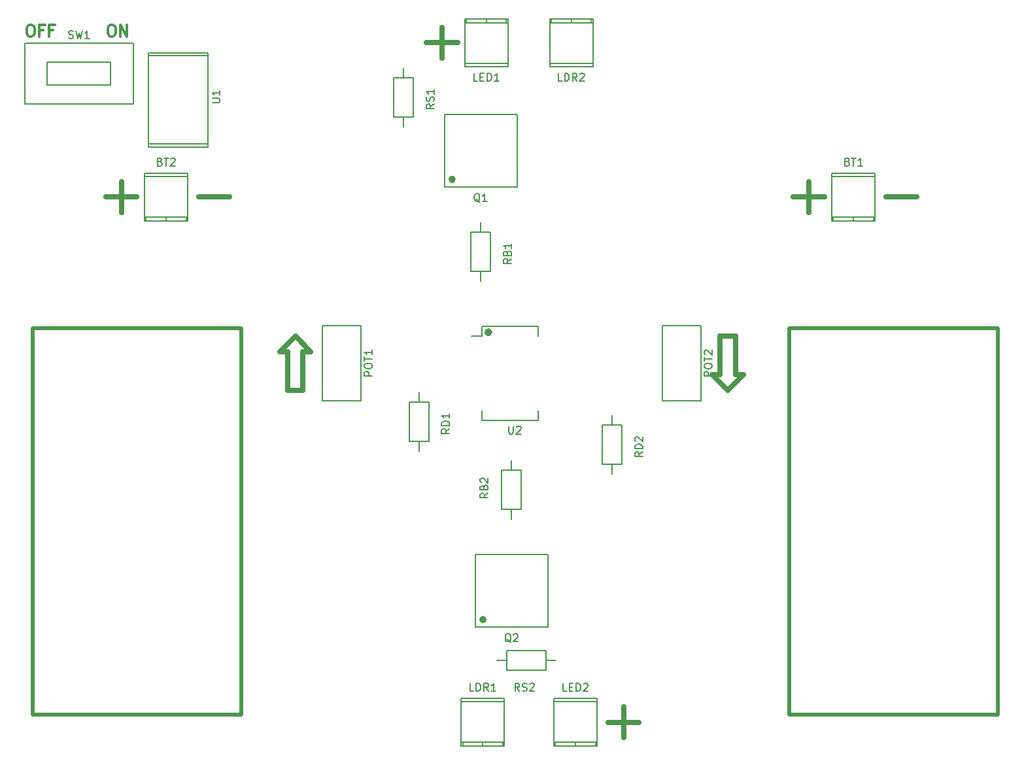
<source format=gbr>
G04 #@! TF.FileFunction,Legend,Top*
%FSLAX46Y46*%
G04 Gerber Fmt 4.6, Leading zero omitted, Abs format (unit mm)*
G04 Created by KiCad (PCBNEW 4.0.2+dfsg1-stable) date Fri 18 May 2018 12:16:33 BST*
%MOMM*%
G01*
G04 APERTURE LIST*
%ADD10C,0.100000*%
%ADD11C,0.700000*%
%ADD12C,0.300000*%
%ADD13C,0.500000*%
%ADD14C,0.150000*%
G04 APERTURE END LIST*
D10*
D11*
X132000000Y-49000000D02*
X132000000Y-53000000D01*
X130000000Y-51000000D02*
X134000000Y-51000000D01*
X155500000Y-137000000D02*
X155500000Y-141000000D01*
X153500000Y-139000000D02*
X157500000Y-139000000D01*
X189500000Y-71000000D02*
X193500000Y-71000000D01*
X177500000Y-71000000D02*
X181500000Y-71000000D01*
X179500000Y-69000000D02*
X179500000Y-73000000D01*
X100500000Y-71000000D02*
X104500000Y-71000000D01*
X90500000Y-69000000D02*
X90500000Y-73000000D01*
X88500000Y-71000000D02*
X92500000Y-71000000D01*
D12*
X78571429Y-48678571D02*
X78857143Y-48678571D01*
X79000001Y-48750000D01*
X79142858Y-48892857D01*
X79214286Y-49178571D01*
X79214286Y-49678571D01*
X79142858Y-49964286D01*
X79000001Y-50107143D01*
X78857143Y-50178571D01*
X78571429Y-50178571D01*
X78428572Y-50107143D01*
X78285715Y-49964286D01*
X78214286Y-49678571D01*
X78214286Y-49178571D01*
X78285715Y-48892857D01*
X78428572Y-48750000D01*
X78571429Y-48678571D01*
X80357144Y-49392857D02*
X79857144Y-49392857D01*
X79857144Y-50178571D02*
X79857144Y-48678571D01*
X80571430Y-48678571D01*
X81642858Y-49392857D02*
X81142858Y-49392857D01*
X81142858Y-50178571D02*
X81142858Y-48678571D01*
X81857144Y-48678571D01*
X89071428Y-48678571D02*
X89357142Y-48678571D01*
X89500000Y-48750000D01*
X89642857Y-48892857D01*
X89714285Y-49178571D01*
X89714285Y-49678571D01*
X89642857Y-49964286D01*
X89500000Y-50107143D01*
X89357142Y-50178571D01*
X89071428Y-50178571D01*
X88928571Y-50107143D01*
X88785714Y-49964286D01*
X88714285Y-49678571D01*
X88714285Y-49178571D01*
X88785714Y-48892857D01*
X88928571Y-48750000D01*
X89071428Y-48678571D01*
X90357143Y-50178571D02*
X90357143Y-48678571D01*
X91214286Y-50178571D01*
X91214286Y-48678571D01*
D11*
X170000000Y-89000000D02*
X168000000Y-89000000D01*
X168000000Y-89000000D02*
X168000000Y-94000000D01*
X168000000Y-94000000D02*
X167000000Y-94000000D01*
X167000000Y-94000000D02*
X169000000Y-96000000D01*
X169000000Y-96000000D02*
X171000000Y-94000000D01*
X171000000Y-94000000D02*
X170000000Y-94000000D01*
X170000000Y-94000000D02*
X170000000Y-89000000D01*
X112000000Y-91000000D02*
X112000000Y-96000000D01*
X111000000Y-91000000D02*
X112000000Y-91000000D01*
X113000000Y-89000000D02*
X111000000Y-91000000D01*
X115000000Y-91000000D02*
X113000000Y-89000000D01*
X114000000Y-91000000D02*
X115000000Y-91000000D01*
X114000000Y-96000000D02*
X114000000Y-91000000D01*
X112000000Y-96000000D02*
X114000000Y-96000000D01*
D13*
X79000000Y-88000000D02*
X106000000Y-88000000D01*
X79000000Y-138000000D02*
X106000000Y-138000000D01*
X79000000Y-88000000D02*
X79000000Y-138000000D01*
X106000000Y-138000000D02*
X106000000Y-88000000D01*
X204000000Y-138000000D02*
X204000000Y-88000000D01*
X177000000Y-88000000D02*
X177000000Y-138000000D01*
X177000000Y-138000000D02*
X204000000Y-138000000D01*
X177000000Y-88000000D02*
X204000000Y-88000000D01*
D14*
X188069080Y-73600960D02*
X182470920Y-73600960D01*
X182669040Y-74098800D02*
X182669040Y-73600960D01*
X187870960Y-73600960D02*
X187870960Y-74098800D01*
X185270000Y-74098800D02*
X185270000Y-73600960D01*
X182470920Y-68299980D02*
X188069080Y-68299980D01*
X182470920Y-74098800D02*
X188069080Y-74098800D01*
X188069080Y-74098800D02*
X188069080Y-67901200D01*
X188069080Y-67901200D02*
X182470920Y-67901200D01*
X182470920Y-67901200D02*
X182470920Y-74098800D01*
X99069080Y-73600960D02*
X93470920Y-73600960D01*
X93669040Y-74098800D02*
X93669040Y-73600960D01*
X98870960Y-73600960D02*
X98870960Y-74098800D01*
X96270000Y-74098800D02*
X96270000Y-73600960D01*
X93470920Y-68299980D02*
X99069080Y-68299980D01*
X93470920Y-74098800D02*
X99069080Y-74098800D01*
X99069080Y-74098800D02*
X99069080Y-67901200D01*
X99069080Y-67901200D02*
X93470920Y-67901200D01*
X93470920Y-67901200D02*
X93470920Y-74098800D01*
X140069080Y-141600960D02*
X134470920Y-141600960D01*
X134669040Y-142098800D02*
X134669040Y-141600960D01*
X139870960Y-141600960D02*
X139870960Y-142098800D01*
X137270000Y-142098800D02*
X137270000Y-141600960D01*
X134470920Y-136299980D02*
X140069080Y-136299980D01*
X134470920Y-142098800D02*
X140069080Y-142098800D01*
X140069080Y-142098800D02*
X140069080Y-135901200D01*
X140069080Y-135901200D02*
X134470920Y-135901200D01*
X134470920Y-135901200D02*
X134470920Y-142098800D01*
X145930920Y-48399040D02*
X151529080Y-48399040D01*
X151330960Y-47901200D02*
X151330960Y-48399040D01*
X146129040Y-48399040D02*
X146129040Y-47901200D01*
X148730000Y-47901200D02*
X148730000Y-48399040D01*
X151529080Y-53700020D02*
X145930920Y-53700020D01*
X151529080Y-47901200D02*
X145930920Y-47901200D01*
X145930920Y-47901200D02*
X145930920Y-54098800D01*
X145930920Y-54098800D02*
X151529080Y-54098800D01*
X151529080Y-54098800D02*
X151529080Y-47901200D01*
X134930920Y-48399040D02*
X140529080Y-48399040D01*
X140330960Y-47901200D02*
X140330960Y-48399040D01*
X135129040Y-48399040D02*
X135129040Y-47901200D01*
X137730000Y-47901200D02*
X137730000Y-48399040D01*
X140529080Y-53700020D02*
X134930920Y-53700020D01*
X140529080Y-47901200D02*
X134930920Y-47901200D01*
X134930920Y-47901200D02*
X134930920Y-54098800D01*
X134930920Y-54098800D02*
X140529080Y-54098800D01*
X140529080Y-54098800D02*
X140529080Y-47901200D01*
X152069080Y-141600960D02*
X146470920Y-141600960D01*
X146669040Y-142098800D02*
X146669040Y-141600960D01*
X151870960Y-141600960D02*
X151870960Y-142098800D01*
X149270000Y-142098800D02*
X149270000Y-141600960D01*
X146470920Y-136299980D02*
X152069080Y-136299980D01*
X146470920Y-142098800D02*
X152069080Y-142098800D01*
X152069080Y-142098800D02*
X152069080Y-135901200D01*
X152069080Y-135901200D02*
X146470920Y-135901200D01*
X146470920Y-135901200D02*
X146470920Y-142098800D01*
D13*
X133523607Y-68700000D02*
G75*
G03X133523607Y-68700000I-223607J0D01*
G01*
D14*
X141700000Y-60300000D02*
X141700000Y-69700000D01*
X141700000Y-69700000D02*
X132300000Y-69700000D01*
X132300000Y-69700000D02*
X132300000Y-60300000D01*
X132300000Y-60300000D02*
X141700000Y-60300000D01*
D13*
X137523607Y-125700000D02*
G75*
G03X137523607Y-125700000I-223607J0D01*
G01*
D14*
X145700000Y-117300000D02*
X145700000Y-126700000D01*
X145700000Y-126700000D02*
X136300000Y-126700000D01*
X136300000Y-126700000D02*
X136300000Y-117300000D01*
X136300000Y-117300000D02*
X145700000Y-117300000D01*
X138270000Y-75540000D02*
X138270000Y-80620000D01*
X138270000Y-80620000D02*
X135730000Y-80620000D01*
X135730000Y-80620000D02*
X135730000Y-75540000D01*
X135730000Y-75540000D02*
X138270000Y-75540000D01*
X137000000Y-75540000D02*
X137000000Y-74270000D01*
X137000000Y-80620000D02*
X137000000Y-81890000D01*
X139730000Y-111460000D02*
X139730000Y-106380000D01*
X139730000Y-106380000D02*
X142270000Y-106380000D01*
X142270000Y-106380000D02*
X142270000Y-111460000D01*
X142270000Y-111460000D02*
X139730000Y-111460000D01*
X141000000Y-111460000D02*
X141000000Y-112730000D01*
X141000000Y-106380000D02*
X141000000Y-105110000D01*
X130270000Y-97540000D02*
X130270000Y-102620000D01*
X130270000Y-102620000D02*
X127730000Y-102620000D01*
X127730000Y-102620000D02*
X127730000Y-97540000D01*
X127730000Y-97540000D02*
X130270000Y-97540000D01*
X129000000Y-97540000D02*
X129000000Y-96270000D01*
X129000000Y-102620000D02*
X129000000Y-103890000D01*
X155270000Y-100540000D02*
X155270000Y-105620000D01*
X155270000Y-105620000D02*
X152730000Y-105620000D01*
X152730000Y-105620000D02*
X152730000Y-100540000D01*
X152730000Y-100540000D02*
X155270000Y-100540000D01*
X154000000Y-100540000D02*
X154000000Y-99270000D01*
X154000000Y-105620000D02*
X154000000Y-106890000D01*
X128270000Y-55540000D02*
X128270000Y-60620000D01*
X128270000Y-60620000D02*
X125730000Y-60620000D01*
X125730000Y-60620000D02*
X125730000Y-55540000D01*
X125730000Y-55540000D02*
X128270000Y-55540000D01*
X127000000Y-55540000D02*
X127000000Y-54270000D01*
X127000000Y-60620000D02*
X127000000Y-61890000D01*
X145460000Y-132270000D02*
X140380000Y-132270000D01*
X140380000Y-132270000D02*
X140380000Y-129730000D01*
X140380000Y-129730000D02*
X145460000Y-129730000D01*
X145460000Y-129730000D02*
X145460000Y-132270000D01*
X145460000Y-131000000D02*
X146730000Y-131000000D01*
X140380000Y-131000000D02*
X139110000Y-131000000D01*
X94000000Y-52700000D02*
X101700000Y-52700000D01*
X94000000Y-64100000D02*
X101700000Y-64100000D01*
X94000000Y-64500000D02*
X94000000Y-52300000D01*
X94000000Y-52300000D02*
X101700000Y-52300000D01*
X101700000Y-52300000D02*
X101700000Y-64500000D01*
X101700000Y-64500000D02*
X94000000Y-64500000D01*
D13*
X138250000Y-88500000D02*
G75*
G03X138250000Y-88500000I-250000J0D01*
G01*
D14*
X137135000Y-87705000D02*
X137135000Y-88975000D01*
X144485000Y-87705000D02*
X144485000Y-88975000D01*
X144485000Y-99915000D02*
X144485000Y-98645000D01*
X137135000Y-99915000D02*
X137135000Y-98645000D01*
X137135000Y-87705000D02*
X144485000Y-87705000D01*
X137135000Y-99915000D02*
X144485000Y-99915000D01*
X137135000Y-88975000D02*
X135850000Y-88975000D01*
X121500000Y-87600000D02*
X121500000Y-97400000D01*
X121500000Y-97400000D02*
X116500000Y-97400000D01*
X116500000Y-97400000D02*
X116500000Y-87600000D01*
X121500000Y-87600000D02*
X116500000Y-87600000D01*
X165500000Y-87600000D02*
X165500000Y-97400000D01*
X165500000Y-97400000D02*
X160500000Y-97400000D01*
X160500000Y-97400000D02*
X160500000Y-87600000D01*
X165500000Y-87600000D02*
X160500000Y-87600000D01*
X89100000Y-56500000D02*
X80900000Y-56500000D01*
X80900000Y-56500000D02*
X80900000Y-53500000D01*
X80900000Y-53500000D02*
X89100000Y-53500000D01*
X89100000Y-53500000D02*
X89100000Y-56500000D01*
X92000000Y-58900000D02*
X78000000Y-58900000D01*
X78000000Y-58900000D02*
X78000000Y-51100000D01*
X78000000Y-51100000D02*
X92000000Y-51100000D01*
X92000000Y-51100000D02*
X92000000Y-58900000D01*
X184484286Y-66427691D02*
X184627143Y-66475310D01*
X184674762Y-66522930D01*
X184722381Y-66618168D01*
X184722381Y-66761025D01*
X184674762Y-66856263D01*
X184627143Y-66903882D01*
X184531905Y-66951501D01*
X184150952Y-66951501D01*
X184150952Y-65951501D01*
X184484286Y-65951501D01*
X184579524Y-65999120D01*
X184627143Y-66046739D01*
X184674762Y-66141977D01*
X184674762Y-66237215D01*
X184627143Y-66332453D01*
X184579524Y-66380072D01*
X184484286Y-66427691D01*
X184150952Y-66427691D01*
X185008095Y-65951501D02*
X185579524Y-65951501D01*
X185293809Y-66951501D02*
X185293809Y-65951501D01*
X186436667Y-66951501D02*
X185865238Y-66951501D01*
X186150952Y-66951501D02*
X186150952Y-65951501D01*
X186055714Y-66094358D01*
X185960476Y-66189596D01*
X185865238Y-66237215D01*
X95484286Y-66427691D02*
X95627143Y-66475310D01*
X95674762Y-66522930D01*
X95722381Y-66618168D01*
X95722381Y-66761025D01*
X95674762Y-66856263D01*
X95627143Y-66903882D01*
X95531905Y-66951501D01*
X95150952Y-66951501D01*
X95150952Y-65951501D01*
X95484286Y-65951501D01*
X95579524Y-65999120D01*
X95627143Y-66046739D01*
X95674762Y-66141977D01*
X95674762Y-66237215D01*
X95627143Y-66332453D01*
X95579524Y-66380072D01*
X95484286Y-66427691D01*
X95150952Y-66427691D01*
X96008095Y-65951501D02*
X96579524Y-65951501D01*
X96293809Y-66951501D02*
X96293809Y-65951501D01*
X96865238Y-66046739D02*
X96912857Y-65999120D01*
X97008095Y-65951501D01*
X97246191Y-65951501D01*
X97341429Y-65999120D01*
X97389048Y-66046739D01*
X97436667Y-66141977D01*
X97436667Y-66237215D01*
X97389048Y-66380072D01*
X96817619Y-66951501D01*
X97436667Y-66951501D01*
X136103334Y-134951501D02*
X135627143Y-134951501D01*
X135627143Y-133951501D01*
X136436667Y-134951501D02*
X136436667Y-133951501D01*
X136674762Y-133951501D01*
X136817620Y-133999120D01*
X136912858Y-134094358D01*
X136960477Y-134189596D01*
X137008096Y-134380072D01*
X137008096Y-134522930D01*
X136960477Y-134713406D01*
X136912858Y-134808644D01*
X136817620Y-134903882D01*
X136674762Y-134951501D01*
X136436667Y-134951501D01*
X138008096Y-134951501D02*
X137674762Y-134475310D01*
X137436667Y-134951501D02*
X137436667Y-133951501D01*
X137817620Y-133951501D01*
X137912858Y-133999120D01*
X137960477Y-134046739D01*
X138008096Y-134141977D01*
X138008096Y-134284834D01*
X137960477Y-134380072D01*
X137912858Y-134427691D01*
X137817620Y-134475310D01*
X137436667Y-134475310D01*
X138960477Y-134951501D02*
X138389048Y-134951501D01*
X138674762Y-134951501D02*
X138674762Y-133951501D01*
X138579524Y-134094358D01*
X138484286Y-134189596D01*
X138389048Y-134237215D01*
X147563334Y-55953261D02*
X147087143Y-55953261D01*
X147087143Y-54953261D01*
X147896667Y-55953261D02*
X147896667Y-54953261D01*
X148134762Y-54953261D01*
X148277620Y-55000880D01*
X148372858Y-55096118D01*
X148420477Y-55191356D01*
X148468096Y-55381832D01*
X148468096Y-55524690D01*
X148420477Y-55715166D01*
X148372858Y-55810404D01*
X148277620Y-55905642D01*
X148134762Y-55953261D01*
X147896667Y-55953261D01*
X149468096Y-55953261D02*
X149134762Y-55477070D01*
X148896667Y-55953261D02*
X148896667Y-54953261D01*
X149277620Y-54953261D01*
X149372858Y-55000880D01*
X149420477Y-55048499D01*
X149468096Y-55143737D01*
X149468096Y-55286594D01*
X149420477Y-55381832D01*
X149372858Y-55429451D01*
X149277620Y-55477070D01*
X148896667Y-55477070D01*
X149849048Y-55048499D02*
X149896667Y-55000880D01*
X149991905Y-54953261D01*
X150230001Y-54953261D01*
X150325239Y-55000880D01*
X150372858Y-55048499D01*
X150420477Y-55143737D01*
X150420477Y-55238975D01*
X150372858Y-55381832D01*
X149801429Y-55953261D01*
X150420477Y-55953261D01*
X136610953Y-55953261D02*
X136134762Y-55953261D01*
X136134762Y-54953261D01*
X136944286Y-55429451D02*
X137277620Y-55429451D01*
X137420477Y-55953261D02*
X136944286Y-55953261D01*
X136944286Y-54953261D01*
X137420477Y-54953261D01*
X137849048Y-55953261D02*
X137849048Y-54953261D01*
X138087143Y-54953261D01*
X138230001Y-55000880D01*
X138325239Y-55096118D01*
X138372858Y-55191356D01*
X138420477Y-55381832D01*
X138420477Y-55524690D01*
X138372858Y-55715166D01*
X138325239Y-55810404D01*
X138230001Y-55905642D01*
X138087143Y-55953261D01*
X137849048Y-55953261D01*
X139372858Y-55953261D02*
X138801429Y-55953261D01*
X139087143Y-55953261D02*
X139087143Y-54953261D01*
X138991905Y-55096118D01*
X138896667Y-55191356D01*
X138801429Y-55238975D01*
X148150953Y-134951501D02*
X147674762Y-134951501D01*
X147674762Y-133951501D01*
X148484286Y-134427691D02*
X148817620Y-134427691D01*
X148960477Y-134951501D02*
X148484286Y-134951501D01*
X148484286Y-133951501D01*
X148960477Y-133951501D01*
X149389048Y-134951501D02*
X149389048Y-133951501D01*
X149627143Y-133951501D01*
X149770001Y-133999120D01*
X149865239Y-134094358D01*
X149912858Y-134189596D01*
X149960477Y-134380072D01*
X149960477Y-134522930D01*
X149912858Y-134713406D01*
X149865239Y-134808644D01*
X149770001Y-134903882D01*
X149627143Y-134951501D01*
X149389048Y-134951501D01*
X150341429Y-134046739D02*
X150389048Y-133999120D01*
X150484286Y-133951501D01*
X150722382Y-133951501D01*
X150817620Y-133999120D01*
X150865239Y-134046739D01*
X150912858Y-134141977D01*
X150912858Y-134237215D01*
X150865239Y-134380072D01*
X150293810Y-134951501D01*
X150912858Y-134951501D01*
X136904762Y-71647619D02*
X136809524Y-71600000D01*
X136714286Y-71504762D01*
X136571429Y-71361905D01*
X136476190Y-71314286D01*
X136380952Y-71314286D01*
X136428571Y-71552381D02*
X136333333Y-71504762D01*
X136238095Y-71409524D01*
X136190476Y-71219048D01*
X136190476Y-70885714D01*
X136238095Y-70695238D01*
X136333333Y-70600000D01*
X136428571Y-70552381D01*
X136619048Y-70552381D01*
X136714286Y-70600000D01*
X136809524Y-70695238D01*
X136857143Y-70885714D01*
X136857143Y-71219048D01*
X136809524Y-71409524D01*
X136714286Y-71504762D01*
X136619048Y-71552381D01*
X136428571Y-71552381D01*
X137809524Y-71552381D02*
X137238095Y-71552381D01*
X137523809Y-71552381D02*
X137523809Y-70552381D01*
X137428571Y-70695238D01*
X137333333Y-70790476D01*
X137238095Y-70838095D01*
X140904762Y-128647619D02*
X140809524Y-128600000D01*
X140714286Y-128504762D01*
X140571429Y-128361905D01*
X140476190Y-128314286D01*
X140380952Y-128314286D01*
X140428571Y-128552381D02*
X140333333Y-128504762D01*
X140238095Y-128409524D01*
X140190476Y-128219048D01*
X140190476Y-127885714D01*
X140238095Y-127695238D01*
X140333333Y-127600000D01*
X140428571Y-127552381D01*
X140619048Y-127552381D01*
X140714286Y-127600000D01*
X140809524Y-127695238D01*
X140857143Y-127885714D01*
X140857143Y-128219048D01*
X140809524Y-128409524D01*
X140714286Y-128504762D01*
X140619048Y-128552381D01*
X140428571Y-128552381D01*
X141238095Y-127647619D02*
X141285714Y-127600000D01*
X141380952Y-127552381D01*
X141619048Y-127552381D01*
X141714286Y-127600000D01*
X141761905Y-127647619D01*
X141809524Y-127742857D01*
X141809524Y-127838095D01*
X141761905Y-127980952D01*
X141190476Y-128552381D01*
X141809524Y-128552381D01*
X140952501Y-78995586D02*
X140476310Y-79328920D01*
X140952501Y-79567015D02*
X139952501Y-79567015D01*
X139952501Y-79186062D01*
X140000120Y-79090824D01*
X140047739Y-79043205D01*
X140142977Y-78995586D01*
X140285834Y-78995586D01*
X140381072Y-79043205D01*
X140428691Y-79090824D01*
X140476310Y-79186062D01*
X140476310Y-79567015D01*
X140428691Y-78233681D02*
X140476310Y-78090824D01*
X140523930Y-78043205D01*
X140619168Y-77995586D01*
X140762025Y-77995586D01*
X140857263Y-78043205D01*
X140904882Y-78090824D01*
X140952501Y-78186062D01*
X140952501Y-78567015D01*
X139952501Y-78567015D01*
X139952501Y-78233681D01*
X140000120Y-78138443D01*
X140047739Y-78090824D01*
X140142977Y-78043205D01*
X140238215Y-78043205D01*
X140333453Y-78090824D01*
X140381072Y-78138443D01*
X140428691Y-78233681D01*
X140428691Y-78567015D01*
X140952501Y-77043205D02*
X140952501Y-77614634D01*
X140952501Y-77328920D02*
X139952501Y-77328920D01*
X140095358Y-77424158D01*
X140190596Y-77519396D01*
X140238215Y-77614634D01*
X137952261Y-109337746D02*
X137476070Y-109671080D01*
X137952261Y-109909175D02*
X136952261Y-109909175D01*
X136952261Y-109528222D01*
X136999880Y-109432984D01*
X137047499Y-109385365D01*
X137142737Y-109337746D01*
X137285594Y-109337746D01*
X137380832Y-109385365D01*
X137428451Y-109432984D01*
X137476070Y-109528222D01*
X137476070Y-109909175D01*
X137428451Y-108575841D02*
X137476070Y-108432984D01*
X137523690Y-108385365D01*
X137618928Y-108337746D01*
X137761785Y-108337746D01*
X137857023Y-108385365D01*
X137904642Y-108432984D01*
X137952261Y-108528222D01*
X137952261Y-108909175D01*
X136952261Y-108909175D01*
X136952261Y-108575841D01*
X136999880Y-108480603D01*
X137047499Y-108432984D01*
X137142737Y-108385365D01*
X137237975Y-108385365D01*
X137333213Y-108432984D01*
X137380832Y-108480603D01*
X137428451Y-108575841D01*
X137428451Y-108909175D01*
X137047499Y-107956794D02*
X136999880Y-107909175D01*
X136952261Y-107813937D01*
X136952261Y-107575841D01*
X136999880Y-107480603D01*
X137047499Y-107432984D01*
X137142737Y-107385365D01*
X137237975Y-107385365D01*
X137380832Y-107432984D01*
X137952261Y-108004413D01*
X137952261Y-107385365D01*
X132952501Y-100995586D02*
X132476310Y-101328920D01*
X132952501Y-101567015D02*
X131952501Y-101567015D01*
X131952501Y-101186062D01*
X132000120Y-101090824D01*
X132047739Y-101043205D01*
X132142977Y-100995586D01*
X132285834Y-100995586D01*
X132381072Y-101043205D01*
X132428691Y-101090824D01*
X132476310Y-101186062D01*
X132476310Y-101567015D01*
X132952501Y-100567015D02*
X131952501Y-100567015D01*
X131952501Y-100328920D01*
X132000120Y-100186062D01*
X132095358Y-100090824D01*
X132190596Y-100043205D01*
X132381072Y-99995586D01*
X132523930Y-99995586D01*
X132714406Y-100043205D01*
X132809644Y-100090824D01*
X132904882Y-100186062D01*
X132952501Y-100328920D01*
X132952501Y-100567015D01*
X132952501Y-99043205D02*
X132952501Y-99614634D01*
X132952501Y-99328920D02*
X131952501Y-99328920D01*
X132095358Y-99424158D01*
X132190596Y-99519396D01*
X132238215Y-99614634D01*
X157952501Y-103995586D02*
X157476310Y-104328920D01*
X157952501Y-104567015D02*
X156952501Y-104567015D01*
X156952501Y-104186062D01*
X157000120Y-104090824D01*
X157047739Y-104043205D01*
X157142977Y-103995586D01*
X157285834Y-103995586D01*
X157381072Y-104043205D01*
X157428691Y-104090824D01*
X157476310Y-104186062D01*
X157476310Y-104567015D01*
X157952501Y-103567015D02*
X156952501Y-103567015D01*
X156952501Y-103328920D01*
X157000120Y-103186062D01*
X157095358Y-103090824D01*
X157190596Y-103043205D01*
X157381072Y-102995586D01*
X157523930Y-102995586D01*
X157714406Y-103043205D01*
X157809644Y-103090824D01*
X157904882Y-103186062D01*
X157952501Y-103328920D01*
X157952501Y-103567015D01*
X157047739Y-102614634D02*
X157000120Y-102567015D01*
X156952501Y-102471777D01*
X156952501Y-102233681D01*
X157000120Y-102138443D01*
X157047739Y-102090824D01*
X157142977Y-102043205D01*
X157238215Y-102043205D01*
X157381072Y-102090824D01*
X157952501Y-102662253D01*
X157952501Y-102043205D01*
X130952501Y-58971777D02*
X130476310Y-59305111D01*
X130952501Y-59543206D02*
X129952501Y-59543206D01*
X129952501Y-59162253D01*
X130000120Y-59067015D01*
X130047739Y-59019396D01*
X130142977Y-58971777D01*
X130285834Y-58971777D01*
X130381072Y-59019396D01*
X130428691Y-59067015D01*
X130476310Y-59162253D01*
X130476310Y-59543206D01*
X130904882Y-58590825D02*
X130952501Y-58447968D01*
X130952501Y-58209872D01*
X130904882Y-58114634D01*
X130857263Y-58067015D01*
X130762025Y-58019396D01*
X130666787Y-58019396D01*
X130571549Y-58067015D01*
X130523930Y-58114634D01*
X130476310Y-58209872D01*
X130428691Y-58400349D01*
X130381072Y-58495587D01*
X130333453Y-58543206D01*
X130238215Y-58590825D01*
X130142977Y-58590825D01*
X130047739Y-58543206D01*
X130000120Y-58495587D01*
X129952501Y-58400349D01*
X129952501Y-58162253D01*
X130000120Y-58019396D01*
X130952501Y-57067015D02*
X130952501Y-57638444D01*
X130952501Y-57352730D02*
X129952501Y-57352730D01*
X130095358Y-57447968D01*
X130190596Y-57543206D01*
X130238215Y-57638444D01*
X142028223Y-134952501D02*
X141694889Y-134476310D01*
X141456794Y-134952501D02*
X141456794Y-133952501D01*
X141837747Y-133952501D01*
X141932985Y-134000120D01*
X141980604Y-134047739D01*
X142028223Y-134142977D01*
X142028223Y-134285834D01*
X141980604Y-134381072D01*
X141932985Y-134428691D01*
X141837747Y-134476310D01*
X141456794Y-134476310D01*
X142409175Y-134904882D02*
X142552032Y-134952501D01*
X142790128Y-134952501D01*
X142885366Y-134904882D01*
X142932985Y-134857263D01*
X142980604Y-134762025D01*
X142980604Y-134666787D01*
X142932985Y-134571549D01*
X142885366Y-134523930D01*
X142790128Y-134476310D01*
X142599651Y-134428691D01*
X142504413Y-134381072D01*
X142456794Y-134333453D01*
X142409175Y-134238215D01*
X142409175Y-134142977D01*
X142456794Y-134047739D01*
X142504413Y-134000120D01*
X142599651Y-133952501D01*
X142837747Y-133952501D01*
X142980604Y-134000120D01*
X143361556Y-134047739D02*
X143409175Y-134000120D01*
X143504413Y-133952501D01*
X143742509Y-133952501D01*
X143837747Y-134000120D01*
X143885366Y-134047739D01*
X143932985Y-134142977D01*
X143932985Y-134238215D01*
X143885366Y-134381072D01*
X143313937Y-134952501D01*
X143932985Y-134952501D01*
X102252381Y-58761905D02*
X103061905Y-58761905D01*
X103157143Y-58714286D01*
X103204762Y-58666667D01*
X103252381Y-58571429D01*
X103252381Y-58380952D01*
X103204762Y-58285714D01*
X103157143Y-58238095D01*
X103061905Y-58190476D01*
X102252381Y-58190476D01*
X103252381Y-57190476D02*
X103252381Y-57761905D01*
X103252381Y-57476191D02*
X102252381Y-57476191D01*
X102395238Y-57571429D01*
X102490476Y-57666667D01*
X102538095Y-57761905D01*
X140638095Y-100652381D02*
X140638095Y-101461905D01*
X140685714Y-101557143D01*
X140733333Y-101604762D01*
X140828571Y-101652381D01*
X141019048Y-101652381D01*
X141114286Y-101604762D01*
X141161905Y-101557143D01*
X141209524Y-101461905D01*
X141209524Y-100652381D01*
X141638095Y-100747619D02*
X141685714Y-100700000D01*
X141780952Y-100652381D01*
X142019048Y-100652381D01*
X142114286Y-100700000D01*
X142161905Y-100747619D01*
X142209524Y-100842857D01*
X142209524Y-100938095D01*
X142161905Y-101080952D01*
X141590476Y-101652381D01*
X142209524Y-101652381D01*
X122952381Y-94142857D02*
X121952381Y-94142857D01*
X121952381Y-93761904D01*
X122000000Y-93666666D01*
X122047619Y-93619047D01*
X122142857Y-93571428D01*
X122285714Y-93571428D01*
X122380952Y-93619047D01*
X122428571Y-93666666D01*
X122476190Y-93761904D01*
X122476190Y-94142857D01*
X121952381Y-92952381D02*
X121952381Y-92761904D01*
X122000000Y-92666666D01*
X122095238Y-92571428D01*
X122285714Y-92523809D01*
X122619048Y-92523809D01*
X122809524Y-92571428D01*
X122904762Y-92666666D01*
X122952381Y-92761904D01*
X122952381Y-92952381D01*
X122904762Y-93047619D01*
X122809524Y-93142857D01*
X122619048Y-93190476D01*
X122285714Y-93190476D01*
X122095238Y-93142857D01*
X122000000Y-93047619D01*
X121952381Y-92952381D01*
X121952381Y-92238095D02*
X121952381Y-91666666D01*
X122952381Y-91952381D02*
X121952381Y-91952381D01*
X122952381Y-90809523D02*
X122952381Y-91380952D01*
X122952381Y-91095238D02*
X121952381Y-91095238D01*
X122095238Y-91190476D01*
X122190476Y-91285714D01*
X122238095Y-91380952D01*
X166952381Y-94142857D02*
X165952381Y-94142857D01*
X165952381Y-93761904D01*
X166000000Y-93666666D01*
X166047619Y-93619047D01*
X166142857Y-93571428D01*
X166285714Y-93571428D01*
X166380952Y-93619047D01*
X166428571Y-93666666D01*
X166476190Y-93761904D01*
X166476190Y-94142857D01*
X165952381Y-92952381D02*
X165952381Y-92761904D01*
X166000000Y-92666666D01*
X166095238Y-92571428D01*
X166285714Y-92523809D01*
X166619048Y-92523809D01*
X166809524Y-92571428D01*
X166904762Y-92666666D01*
X166952381Y-92761904D01*
X166952381Y-92952381D01*
X166904762Y-93047619D01*
X166809524Y-93142857D01*
X166619048Y-93190476D01*
X166285714Y-93190476D01*
X166095238Y-93142857D01*
X166000000Y-93047619D01*
X165952381Y-92952381D01*
X165952381Y-92238095D02*
X165952381Y-91666666D01*
X166952381Y-91952381D02*
X165952381Y-91952381D01*
X166047619Y-91380952D02*
X166000000Y-91333333D01*
X165952381Y-91238095D01*
X165952381Y-90999999D01*
X166000000Y-90904761D01*
X166047619Y-90857142D01*
X166142857Y-90809523D01*
X166238095Y-90809523D01*
X166380952Y-90857142D01*
X166952381Y-91428571D01*
X166952381Y-90809523D01*
X83666667Y-50404762D02*
X83809524Y-50452381D01*
X84047620Y-50452381D01*
X84142858Y-50404762D01*
X84190477Y-50357143D01*
X84238096Y-50261905D01*
X84238096Y-50166667D01*
X84190477Y-50071429D01*
X84142858Y-50023810D01*
X84047620Y-49976190D01*
X83857143Y-49928571D01*
X83761905Y-49880952D01*
X83714286Y-49833333D01*
X83666667Y-49738095D01*
X83666667Y-49642857D01*
X83714286Y-49547619D01*
X83761905Y-49500000D01*
X83857143Y-49452381D01*
X84095239Y-49452381D01*
X84238096Y-49500000D01*
X84571429Y-49452381D02*
X84809524Y-50452381D01*
X85000001Y-49738095D01*
X85190477Y-50452381D01*
X85428572Y-49452381D01*
X86333334Y-50452381D02*
X85761905Y-50452381D01*
X86047619Y-50452381D02*
X86047619Y-49452381D01*
X85952381Y-49595238D01*
X85857143Y-49690476D01*
X85761905Y-49738095D01*
M02*

</source>
